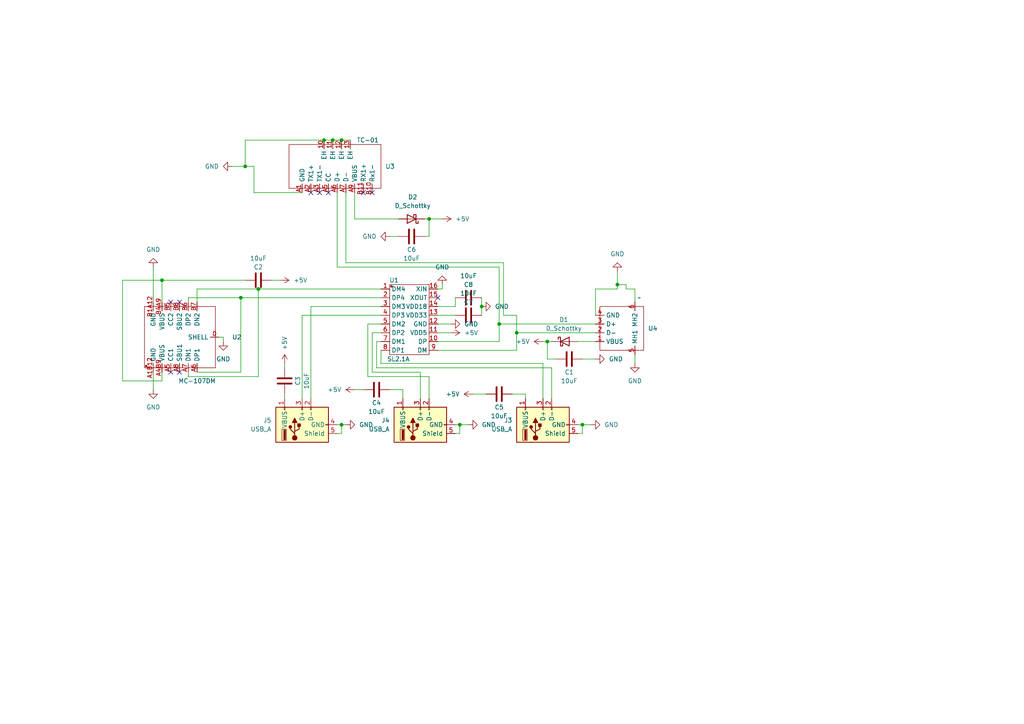
<source format=kicad_sch>
(kicad_sch (version 20230121) (generator eeschema)
  (paper "A4")
  (lib_symbols
    (symbol "Connector:USB_A" (pin_names (offset 1.016))
      (property "Reference" "J" (at -5.08 11.43 0))
      (property "Value" "USB_A" (at -5.08 8.89 0))
      (symbol "USB_A_0_1"
        (rectangle (start -5.08 -7.62) (end 5.08 7.62) (stroke (width 0.254)) (fill (type background)))
        (circle (center -3.81 2.159) (radius 0.635) (stroke (width 0.254)) (fill (type outline)))
        (rectangle (start -1.524 4.826) (end -4.318 5.334) (fill (type outline)))
        (rectangle (start -1.27 4.572) (end -4.572 5.842))
        (circle (center -0.635 3.429) (radius 0.381) (stroke (width 0.254)) (fill (type outline)))
        (rectangle (start -0.127 -7.62) (end 0.127 -6.858))
        (polyline (pts (xy -3.175 2.159) (xy -2.54 2.159) (xy -1.27 3.429) (xy -0.635 3.429)) (stroke (width 0.254)))
        (polyline (pts (xy -2.54 2.159) (xy -1.905 2.159) (xy -1.27 0.889) (xy 0 0.889)) (stroke (width 0.254)))
        (polyline (pts (xy 0.635 2.794) (xy 0.635 1.524) (xy 1.905 2.159) (xy 0.635 2.794)) (stroke (width 0.254)) (fill (type outline)))
        (rectangle (start 0.254 1.27) (end -0.508 0.508) (stroke (width 0.254)) (fill (type outline)))
        (rectangle (start 5.08 -2.667) (end 4.318 -2.413))
        (rectangle (start 5.08 -0.127) (end 4.318 0.127))
        (rectangle (start 5.08 4.953) (end 4.318 5.207))
      )
      (symbol "USB_A_1_1"
        (polyline (pts (xy -1.905 2.159) (xy 0.635 2.159)) (stroke (width 0.254)))
        (pin power_in line (at 7.62 5.08 180) (length 2.54) (name "VBUS") (number "1"))
        (pin bidirectional line (at 7.62 -2.54 180) (length 2.54) (name "D-") (number "2"))
        (pin bidirectional line (at 7.62 0 180) (length 2.54) (name "D+") (number "3"))
        (pin power_in line (at 0 -10.16 90) (length 2.54) (name "GND") (number "4"))
        (pin passive line (at -2.54 -10.16 90) (length 2.54) (name "Shield") (number "5"))
      )
    )
    (symbol "Device:C" (pin_numbers hide) (pin_names (offset 0.254))
      (property "Reference" "C" (at 0.635 2.54 0))
      (property "Value" "C" (at 0.635 -2.54 0))
      (symbol "C_0_1"
        (polyline (pts (xy -2.032 -0.762) (xy 2.032 -0.762)) (stroke (width 0.508)))
        (polyline (pts (xy -2.032 0.762) (xy 2.032 0.762)) (stroke (width 0.508)))
      )
      (symbol "C_1_1"
        (pin passive line (at 0 3.81 270) (length 2.794) (name "~") (number "1"))
        (pin passive line (at 0 -3.81 90) (length 2.794) (name "~") (number "2"))
      )
    )
    (symbol "Device:D_Schottky" (pin_numbers hide) (pin_names (offset 1.016) hide)
      (property "Reference" "D" (at 0 2.54 0))
      (property "Value" "D_Schottky" (at 0 -2.54 0))
      (symbol "D_Schottky_0_1"
        (polyline (pts (xy 1.27 0) (xy -1.27 0)))
        (polyline (pts (xy 1.27 1.27) (xy 1.27 -1.27) (xy -1.27 0) (xy 1.27 1.27)) (stroke (width 0.254)))
        (polyline (pts (xy -1.905 0.635) (xy -1.905 1.27) (xy -1.27 1.27) (xy -1.27 -1.27) (xy -0.635 -1.27) (xy -0.635 -0.635)) (stroke (width 0.254)))
      )
      (symbol "D_Schottky_1_1"
        (pin passive line (at -3.81 0 0) (length 2.54) (name "K") (number "1"))
        (pin passive line (at 3.81 0 180) (length 2.54) (name "A") (number "2"))
      )
    )
    (symbol "power:+5V" (power) (pin_names (offset 0))
      (property "Value" "+5V" (at 0 3.556 0))
      (symbol "+5V_0_1"
        (polyline (pts (xy -0.762 1.27) (xy 0 2.54)))
        (polyline (pts (xy 0 0) (xy 0 2.54)))
        (polyline (pts (xy 0 2.54) (xy 0.762 1.27)))
      )
      (symbol "+5V_1_1"
        (pin power_in line (at 0 0 90) (length 0) hide (name "+5V") (number "1"))
      )
    )
    (symbol "power:GND" (power) (pin_names (offset 0))
      (property "Value" "GND" (at 0 -3.81 0))
      (symbol "GND_0_1"
        (polyline (pts (xy 0 0) (xy 0 -1.27) (xy 1.27 -1.27) (xy 0 -2.54) (xy -1.27 -1.27) (xy 0 -1.27)))
      )
      (symbol "GND_1_1"
        (pin power_in line (at 0 0 270) (length 0) hide (name "GND") (number "1"))
      )
    )
    (symbol "usbhub:HCC386752"
      (property "Reference" "U" (at 0 0 0))
      (symbol "HCC386752_0_1"
        (rectangle (start -1.27 15.24) (end 11.43 2.54))
      )
      (symbol "HCC386752_1_1"
        (pin bidirectional line (at 12.7 12.7 180) (length 2.54) (name "VBUS") (number "1"))
        (pin bidirectional line (at 12.7 10.16 180) (length 2.54) (name "D-") (number "2"))
        (pin bidirectional line (at 12.7 7.62 180) (length 2.54) (name "D+") (number "3"))
        (pin bidirectional line (at 12.7 5.08 180) (length 2.54) (name "GND") (number "4"))
        (pin bidirectional line (at 1.27 16.51 270) (length 2.54) (name "MH1") (number "5"))
        (pin bidirectional line (at 1.27 1.27 90) (length 2.54) (name "MH2") (number "6"))
      )
    )
    (symbol "usbhub:MC-107DM"
      (property "Reference" "U" (at 0 0 0))
      (symbol "MC-107DM_0_1"
        (rectangle (start 1.27 16.51) (end 19.05 -4.064))
      )
      (symbol "MC-107DM_1_1"
        (circle (center 1.778 16.002) (radius 0.254) (fill (type outline)))
        (pin bidirectional line (at 10.16 -5.08 90) (length 2.54) (name "SHELL") (number "0"))
        (pin bidirectional line (at 0 13.97 0) (length 2.54) (name "GND") (number "A1B12"))
        (pin bidirectional line (at 0 11.43 0) (length 2.54) (name "VBUS") (number "A4B9"))
        (pin bidirectional line (at 0 8.89 0) (length 2.54) (name "CC1") (number "A5"))
        (pin bidirectional line (at 0 1.27 0) (length 2.54) (name "DP1") (number "A6"))
        (pin bidirectional line (at 0 3.81 0) (length 2.54) (name "DN1") (number "A7"))
        (pin bidirectional line (at 0 6.35 0) (length 2.54) (name "SBU1") (number "A8"))
        (pin bidirectional line (at 20.32 13.97 180) (length 2.54) (name "GND") (number "B1A12"))
        (pin bidirectional line (at 20.32 11.43 180) (length 2.54) (name "VBUS") (number "B4A9"))
        (pin bidirectional line (at 20.32 8.89 180) (length 2.54) (name "CC2") (number "B5"))
        (pin bidirectional line (at 20.32 3.81 180) (length 2.54) (name "DP2") (number "B6"))
        (pin bidirectional line (at 20.32 1.27 180) (length 2.54) (name "DN2") (number "B7"))
        (pin bidirectional line (at 20.32 6.35 180) (length 2.54) (name "SBU2") (number "B8"))
      )
    )
    (symbol "usbhub:SL2.1A"
      (property "Reference" "U" (at 0.762 17.526 0))
      (symbol "SL2.1A_0_1"
        (rectangle (start 0 16.51) (end 11.43 -3.81))
      )
      (symbol "SL2.1A_1_1"
        (circle (center 0.508 16.002) (radius 0.254) (fill (type outline)))
        (pin bidirectional line (at -2.54 15.24 0) (length 2.54) (name "DM4") (number "1"))
        (pin bidirectional line (at 13.97 0 180) (length 2.54) (name "DP") (number "10"))
        (pin input line (at 13.97 2.54 180) (length 2.54) (name "VDD5") (number "11"))
        (pin input line (at 13.97 5.08 180) (length 2.54) (name "GND") (number "12"))
        (pin input line (at 13.97 7.62 180) (length 2.54) (name "VDD33") (number "13"))
        (pin input line (at 13.97 10.16 180) (length 2.54) (name "VDD18") (number "14"))
        (pin bidirectional line (at 13.97 12.7 180) (length 2.54) (name "XOUT") (number "15"))
        (pin bidirectional line (at 13.97 15.24 180) (length 2.54) (name "XIN") (number "16"))
        (pin bidirectional line (at -2.54 12.7 0) (length 2.54) (name "DP4") (number "2"))
        (pin bidirectional line (at -2.54 10.16 0) (length 2.54) (name "DM3") (number "3"))
        (pin bidirectional line (at -2.54 7.62 0) (length 2.54) (name "DP3") (number "4"))
        (pin bidirectional line (at -2.54 5.08 0) (length 2.54) (name "DM2") (number "5"))
        (pin bidirectional line (at -2.54 2.54 0) (length 2.54) (name "DP2") (number "6"))
        (pin bidirectional line (at -2.54 0 0) (length 2.54) (name "DM1") (number "7"))
        (pin bidirectional line (at -2.54 -2.54 0) (length 2.54) (name "DP1") (number "8"))
        (pin bidirectional line (at 13.97 -2.54 180) (length 2.54) (name "DM") (number "9"))
      )
    )
    (symbol "usbhub:TC-01"
      (property "Reference" "U" (at 0 0 0))
      (symbol "TC-01_0_1"
        (rectangle (start 1.27 22.86) (end 13.97 -3.81))
      )
      (symbol "TC-01_1_1"
        (pin bidirectional line (at 15.24 12.7 180) (length 2.54) (name "EH") (number "10"))
        (pin bidirectional line (at 15.24 10.16 180) (length 2.54) (name "EH") (number "11"))
        (pin bidirectional line (at 15.24 7.62 180) (length 2.54) (name "EH") (number "12"))
        (pin bidirectional line (at 15.24 5.08 180) (length 2.54) (name "EH") (number "13"))
        (pin bidirectional line (at 0 19.05 0) (length 2.54) (name "GND") (number "A1"))
        (pin bidirectional line (at 0 16.51 0) (length 2.54) (name "TX1+") (number "A2"))
        (pin bidirectional line (at 0 13.97 0) (length 2.54) (name "TX1-") (number "A3"))
        (pin bidirectional line (at 0 11.43 0) (length 2.54) (name "CC") (number "A5"))
        (pin bidirectional line (at 0 8.89 0) (length 2.54) (name "D+") (number "A6"))
        (pin bidirectional line (at 0 6.35 0) (length 2.54) (name "D-") (number "A7"))
        (pin bidirectional line (at 0 3.81 0) (length 2.54) (name "VBUS") (number "A9"))
        (pin bidirectional line (at 0 -1.27 0) (length 2.54) (name "Rx1-") (number "B10"))
        (pin bidirectional line (at 0 1.27 0) (length 2.54) (name "RX1+") (number "B11"))
      )
    )
  )
  (junction (at 99.06 40.64))
  (junction (at 74.93 83.82))
  (junction (at 133.35 123.19))
  (junction (at 124.46 63.5))
  (junction (at 96.52 40.64))
  (junction (at 46.99 81.28))
  (junction (at 139.7 88.9))
  (junction (at 99.06 123.19))
  (junction (at 71.12 48.26))
  (junction (at 93.98 40.64))
  (junction (at 179.07 82.55))
  (junction (at 158.75 99.06))
  (junction (at 149.86 96.52))
  (junction (at 168.91 123.19))
  (junction (at 144.78 93.98))
  (junction (at 69.85 86.36))
  (no_connect (at 52.07 87.63))
  (no_connect (at 90.17 55.88))
  (no_connect (at 92.71 55.88))
  (no_connect (at 107.95 55.88))
  (no_connect (at 52.07 107.95))
  (no_connect (at 49.53 87.63))
  (no_connect (at 49.53 107.95))
  (no_connect (at 95.25 55.88))
  (no_connect (at 105.41 55.88))
  (no_connect (at 127 86.36))
  (wire (pts (xy 99.06 125.73) (xy 99.06 123.19)))
  (wire (pts (xy 149.86 91.44) (xy 146.05 91.44)))
  (wire (pts (xy 127 83.82) (xy 128.27 83.82)))
  (wire (pts (xy 157.48 105.41) (xy 157.48 115.57)))
  (wire (pts (xy 127 96.52) (xy 130.81 96.52)))
  (wire (pts (xy 100.33 55.88) (xy 100.33 76.2)))
  (wire (pts (xy 124.46 68.58) (xy 123.19 68.58)))
  (wire (pts (xy 167.64 123.19) (xy 168.91 123.19)))
  (wire (pts (xy 57.15 83.82) (xy 74.93 83.82)))
  (wire (pts (xy 110.49 93.98) (xy 106.68 93.98)))
  (wire (pts (xy 149.86 96.52) (xy 149.86 101.6)))
  (wire (pts (xy 181.61 83.82) (xy 184.15 83.82)))
  (wire (pts (xy 71.12 40.64) (xy 71.12 48.26)))
  (wire (pts (xy 67.31 48.26) (xy 71.12 48.26)))
  (wire (pts (xy 46.99 81.28) (xy 71.12 81.28)))
  (wire (pts (xy 167.64 125.73) (xy 168.91 125.73)))
  (wire (pts (xy 71.12 40.64) (xy 93.98 40.64)))
  (wire (pts (xy 73.66 55.88) (xy 87.63 55.88)))
  (wire (pts (xy 181.61 83.82) (xy 181.61 82.55)))
  (wire (pts (xy 132.08 88.9) (xy 132.08 86.36)))
  (wire (pts (xy 102.87 55.88) (xy 102.87 63.5)))
  (wire (pts (xy 71.12 48.26) (xy 73.66 48.26)))
  (wire (pts (xy 100.33 76.2) (xy 146.05 76.2)))
  (wire (pts (xy 46.99 110.49) (xy 35.56 110.49)))
  (wire (pts (xy 93.98 40.64) (xy 96.52 40.64)))
  (wire (pts (xy 144.78 93.98) (xy 172.72 93.98)))
  (wire (pts (xy 124.46 63.5) (xy 124.46 68.58)))
  (wire (pts (xy 44.45 107.95) (xy 44.45 113.03)))
  (wire (pts (xy 160.02 106.68) (xy 160.02 115.57)))
  (wire (pts (xy 87.63 91.44) (xy 87.63 115.57)))
  (wire (pts (xy 81.28 81.28) (xy 78.74 81.28)))
  (wire (pts (xy 96.52 40.64) (xy 99.06 40.64)))
  (wire (pts (xy 157.48 99.06) (xy 158.75 99.06)))
  (wire (pts (xy 127 88.9) (xy 132.08 88.9)))
  (wire (pts (xy 46.99 107.95) (xy 46.99 110.49)))
  (wire (pts (xy 158.75 99.06) (xy 160.02 99.06)))
  (wire (pts (xy 69.85 86.36) (xy 69.85 107.95)))
  (wire (pts (xy 149.86 101.6) (xy 127 101.6)))
  (wire (pts (xy 102.87 63.5) (xy 115.57 63.5)))
  (wire (pts (xy 149.86 96.52) (xy 172.72 96.52)))
  (wire (pts (xy 139.7 88.9) (xy 139.7 91.44)))
  (wire (pts (xy 144.78 99.06) (xy 144.78 93.98)))
  (wire (pts (xy 44.45 77.47) (xy 44.45 87.63)))
  (wire (pts (xy 64.77 97.79) (xy 64.77 99.06)))
  (wire (pts (xy 106.68 93.98) (xy 106.68 109.22)))
  (wire (pts (xy 172.72 83.82) (xy 179.07 83.82)))
  (wire (pts (xy 152.4 114.3) (xy 148.59 114.3)))
  (wire (pts (xy 184.15 102.87) (xy 184.15 105.41)))
  (wire (pts (xy 54.61 86.36) (xy 54.61 87.63)))
  (wire (pts (xy 149.86 96.52) (xy 149.86 91.44)))
  (wire (pts (xy 109.22 99.06) (xy 109.22 106.68)))
  (wire (pts (xy 132.08 123.19) (xy 133.35 123.19)))
  (wire (pts (xy 167.64 99.06) (xy 172.72 99.06)))
  (wire (pts (xy 110.49 96.52) (xy 107.95 96.52)))
  (wire (pts (xy 137.16 114.3) (xy 140.97 114.3)))
  (wire (pts (xy 63.5 97.79) (xy 64.77 97.79)))
  (wire (pts (xy 35.56 110.49) (xy 35.56 81.28)))
  (wire (pts (xy 74.93 83.82) (xy 110.49 83.82)))
  (wire (pts (xy 132.08 125.73) (xy 133.35 125.73)))
  (wire (pts (xy 181.61 82.55) (xy 179.07 82.55)))
  (wire (pts (xy 57.15 83.82) (xy 57.15 87.63)))
  (wire (pts (xy 110.49 99.06) (xy 109.22 99.06)))
  (wire (pts (xy 179.07 78.74) (xy 179.07 82.55)))
  (wire (pts (xy 73.66 48.26) (xy 73.66 55.88)))
  (wire (pts (xy 168.91 123.19) (xy 171.45 123.19)))
  (wire (pts (xy 110.49 91.44) (xy 87.63 91.44)))
  (wire (pts (xy 133.35 125.73) (xy 133.35 123.19)))
  (wire (pts (xy 152.4 115.57) (xy 152.4 114.3)))
  (wire (pts (xy 97.79 123.19) (xy 99.06 123.19)))
  (wire (pts (xy 107.95 96.52) (xy 107.95 107.95)))
  (wire (pts (xy 99.06 40.64) (xy 101.6 40.64)))
  (wire (pts (xy 123.19 63.5) (xy 124.46 63.5)))
  (wire (pts (xy 158.75 99.06) (xy 158.75 104.14)))
  (wire (pts (xy 74.93 109.22) (xy 54.61 109.22)))
  (wire (pts (xy 133.35 123.19) (xy 135.89 123.19)))
  (wire (pts (xy 97.79 55.88) (xy 97.79 77.47)))
  (wire (pts (xy 97.79 77.47) (xy 144.78 77.47)))
  (wire (pts (xy 35.56 81.28) (xy 46.99 81.28)))
  (wire (pts (xy 69.85 86.36) (xy 110.49 86.36)))
  (wire (pts (xy 168.91 104.14) (xy 172.72 104.14)))
  (wire (pts (xy 184.15 83.82) (xy 184.15 87.63)))
  (wire (pts (xy 99.06 123.19) (xy 100.33 123.19)))
  (wire (pts (xy 74.93 83.82) (xy 74.93 109.22)))
  (wire (pts (xy 124.46 109.22) (xy 124.46 115.57)))
  (wire (pts (xy 124.46 63.5) (xy 128.27 63.5)))
  (wire (pts (xy 102.87 113.03) (xy 105.41 113.03)))
  (wire (pts (xy 97.79 125.73) (xy 99.06 125.73)))
  (wire (pts (xy 121.92 107.95) (xy 121.92 115.57)))
  (wire (pts (xy 54.61 109.22) (xy 54.61 107.95)))
  (wire (pts (xy 82.55 114.3) (xy 82.55 115.57)))
  (wire (pts (xy 139.7 86.36) (xy 139.7 88.9)))
  (wire (pts (xy 107.95 107.95) (xy 121.92 107.95)))
  (wire (pts (xy 116.84 113.03) (xy 113.03 113.03)))
  (wire (pts (xy 69.85 107.95) (xy 57.15 107.95)))
  (wire (pts (xy 127 91.44) (xy 132.08 91.44)))
  (wire (pts (xy 146.05 76.2) (xy 146.05 91.44)))
  (wire (pts (xy 168.91 125.73) (xy 168.91 123.19)))
  (wire (pts (xy 109.22 106.68) (xy 160.02 106.68)))
  (wire (pts (xy 90.17 88.9) (xy 90.17 115.57)))
  (wire (pts (xy 106.68 109.22) (xy 124.46 109.22)))
  (wire (pts (xy 127 93.98) (xy 130.81 93.98)))
  (wire (pts (xy 113.03 68.58) (xy 115.57 68.58)))
  (wire (pts (xy 82.55 105.41) (xy 82.55 106.68)))
  (wire (pts (xy 110.49 101.6) (xy 110.49 105.41)))
  (wire (pts (xy 172.72 91.44) (xy 172.72 83.82)))
  (wire (pts (xy 116.84 115.57) (xy 116.84 113.03)))
  (wire (pts (xy 144.78 77.47) (xy 144.78 93.98)))
  (wire (pts (xy 54.61 86.36) (xy 69.85 86.36)))
  (wire (pts (xy 46.99 81.28) (xy 46.99 87.63)))
  (wire (pts (xy 144.78 99.06) (xy 127 99.06)))
  (wire (pts (xy 110.49 88.9) (xy 90.17 88.9)))
  (wire (pts (xy 110.49 105.41) (xy 157.48 105.41)))
  (wire (pts (xy 128.27 83.82) (xy 128.27 82.55)))
  (wire (pts (xy 179.07 82.55) (xy 179.07 83.82)))
  (wire (pts (xy 158.75 104.14) (xy 161.29 104.14)))
  (symbol (lib_id "Device:C") (at 144.78 114.3 270) (unit 1)
    (property "Reference" "C5" (at 144.78 118.11 90))
    (property "Value" "10uF" (at 144.78 120.65 90))
    (property "Footprint" "usbhub:C0603" (effects hide))
  )
  (symbol (lib_id "power:GND") (at 100.33 123.19 90) (unit 1)
    (property "Reference" "#PWR07" (effects hide))
    (property "Value" "GND" (at 104.14 123.19 90) (effects (justify right)))
  )
  (symbol (lib_id "Device:C") (at 109.22 113.03 270) (unit 1)
    (property "Reference" "C4" (at 109.22 116.84 90))
    (property "Value" "10uF" (at 109.22 119.38 90))
    (property "Footprint" "usbhub:C0603" (effects hide))
  )
  (symbol (lib_id "Device:C") (at 119.38 68.58 270) (unit 1)
    (property "Reference" "C6" (at 119.38 72.39 90))
    (property "Value" "10uF" (at 119.38 74.93 90))
    (property "Footprint" "usbhub:C0603" (effects hide))
  )
  (symbol (lib_id "power:+5V") (at 102.87 113.03 90) (unit 1)
    (property "Reference" "#PWR013" (effects hide))
    (property "Value" "+5V" (at 99.06 113.03 90) (effects (justify left)))
  )
  (symbol (lib_id "Device:C") (at 82.55 110.49 0) (unit 1)
    (property "Reference" "C3" (at 86.36 110.49 90))
    (property "Value" "10uF" (at 88.9 110.49 90))
    (property "Footprint" "usbhub:C0603" (effects hide))
  )
  (symbol (lib_id "power:GND") (at 128.27 82.55 180) (unit 1)
    (property "Reference" "#PWR018" (effects hide))
    (property "Value" "GND" (at 128.27 77.47 0))
  )
  (symbol (lib_id "power:GND") (at 130.81 93.98 90) (unit 1)
    (property "Reference" "#PWR04" (effects hide))
    (property "Value" "GND" (at 134.62 93.98 90) (effects (justify right)))
  )
  (symbol (lib_id "power:GND") (at 113.03 68.58 270) (unit 1)
    (property "Reference" "#PWR016" (effects hide))
    (property "Value" "GND" (at 109.22 68.58 90) (effects (justify right)))
  )
  (symbol (lib_id "Device:D_Schottky") (at 119.38 63.5 180) (unit 1)
    (property "Reference" "D2" (at 119.6975 57.15 0))
    (property "Value" "D_Schottky" (at 119.6975 59.69 0))
    (property "Footprint" "usbhub:SOD-323_L1.8-W1.3-LS2.5-RD" (effects hide))
  )
  (symbol (lib_id "usbhub:SL2.1A") (at 113.03 99.06 0) (unit 1)
    (property "Reference" "U1" (at 114.3 81.28 0))
    (property "Value" "SL2.1A" (at 115.57 104.14 0))
    (property "Footprint" "usbhub:SOP-16_L10.0-W3.9-P1.27-LS6.0-BL" (effects hide))
  )
  (symbol (lib_id "usbhub:MC-107DM") (at 58.42 107.95 90) (unit 1)
    (property "Reference" "U2" (at 67.31 97.79 90) (effects (justify right)))
    (property "Value" "MC-107DM" (at 57.15 110.49 90))
    (property "Footprint" "usbhub:USB-C-SMD_MC-107DM" (effects hide))
  )
  (symbol (lib_id "usbhub:TC-01") (at 106.68 55.88 90) (unit 1)
    (property "Reference" "U3" (at 111.76 48.26 90) (effects (justify right)))
    (property "Value" "TC-01" (at 106.68 40.64 90))
    (property "Footprint" "usbhub:USB-C-SMD_TYPE-C-9PIN-TC-01" (effects hide))
  )
  (symbol (lib_id "Device:D_Schottky") (at 163.83 99.06 0) (unit 1)
    (property "Reference" "D1" (at 163.5125 92.71 0))
    (property "Value" "D_Schottky" (at 163.5125 95.25 0))
    (property "Footprint" "usbhub:SOD-323_L1.8-W1.3-LS2.5-RD" (effects hide))
  )
  (symbol (lib_id "power:GND") (at 179.07 78.74 180) (unit 1)
    (property "Reference" "#PWR01" (effects hide))
    (property "Value" "GND" (at 179.07 73.66 0))
  )
  (symbol (lib_id "Device:C") (at 165.1 104.14 270) (unit 1)
    (property "Reference" "C1" (at 165.1 107.95 90))
    (property "Value" "10uF" (at 165.1 110.49 90))
    (property "Footprint" "usbhub:C0603" (effects hide))
  )
  (symbol (lib_id "power:GND") (at 135.89 123.19 90) (unit 1)
    (property "Reference" "#PWR06" (effects hide))
    (property "Value" "GND" (at 139.7 123.19 90) (effects (justify right)))
  )
  (symbol (lib_id "power:+5V") (at 128.27 63.5 270) (unit 1)
    (property "Reference" "#PWR015" (effects hide))
    (property "Value" "+5V" (at 132.08 63.5 90) (effects (justify left)))
  )
  (symbol (lib_id "power:GND") (at 44.45 113.03 0) (unit 1)
    (property "Reference" "#PWR08" (effects hide))
    (property "Value" "GND" (at 44.45 118.11 0))
  )
  (symbol (lib_id "power:+5V") (at 82.55 105.41 0) (unit 1)
    (property "Reference" "#PWR012" (effects hide))
    (property "Value" "+5V" (at 82.55 101.6 90) (effects (justify left)))
  )
  (symbol (lib_id "power:GND") (at 184.15 105.41 0) (unit 1)
    (property "Reference" "#PWR021" (effects hide))
    (property "Value" "GND" (at 184.15 110.49 0))
  )
  (symbol (lib_id "Connector:USB_A") (at 121.92 123.19 90) (unit 1)
    (property "Reference" "J4" (at 113.03 121.92 90) (effects (justify left)))
    (property "Value" "USB_A" (at 113.03 124.46 90) (effects (justify left)))
    (property "Footprint" "usbhub:USB-A-TH_USB-A-F-90" (effects hide))
    (property "Datasheet" " ~" (effects hide))
  )
  (symbol (lib_id "power:GND") (at 171.45 123.19 90) (unit 1)
    (property "Reference" "#PWR05" (effects hide))
    (property "Value" "GND" (at 175.26 123.19 90) (effects (justify right)))
  )
  (symbol (lib_id "Device:C") (at 135.89 91.44 90) (unit 1)
    (property "Reference" "C7" (at 135.89 87.63 90))
    (property "Value" "10uF" (at 135.89 85.09 90))
    (property "Footprint" "usbhub:C0603" (effects hide))
  )
  (symbol (lib_id "power:GND") (at 139.7 88.9 90) (unit 1)
    (property "Reference" "#PWR017" (effects hide))
    (property "Value" "GND" (at 143.51 88.9 90) (effects (justify right)))
  )
  (symbol (lib_id "power:+5V") (at 137.16 114.3 90) (unit 1)
    (property "Reference" "#PWR014" (effects hide))
    (property "Value" "+5V" (at 133.35 114.3 90) (effects (justify left)))
  )
  (symbol (lib_id "power:+5V") (at 130.81 96.52 270) (unit 1)
    (property "Reference" "#PWR03" (effects hide))
    (property "Value" "+5V" (at 134.62 96.52 90) (effects (justify left)))
  )
  (symbol (lib_id "power:+5V") (at 81.28 81.28 270) (unit 1)
    (property "Reference" "#PWR011" (effects hide))
    (property "Value" "+5V" (at 85.09 81.28 90) (effects (justify left)))
  )
  (symbol (lib_id "power:GND") (at 67.31 48.26 270) (unit 1)
    (property "Reference" "#PWR09" (effects hide))
    (property "Value" "GND" (at 63.5 48.26 90) (effects (justify right)))
  )
  (symbol (lib_id "Connector:USB_A") (at 157.48 123.19 90) (unit 1)
    (property "Reference" "J3" (at 148.59 121.92 90) (effects (justify left)))
    (property "Value" "USB_A" (at 148.59 124.46 90) (effects (justify left)))
    (property "Footprint" "usbhub:USB-A-TH_USB-A-F-90" (effects hide))
    (property "Datasheet" " ~" (effects hide))
  )
  (symbol (lib_id "Connector:USB_A") (at 87.63 123.19 90) (unit 1)
    (property "Reference" "J5" (at 78.74 121.92 90) (effects (justify left)))
    (property "Value" "USB_A" (at 78.74 124.46 90) (effects (justify left)))
    (property "Footprint" "usbhub:USB-A-TH_USB-A-F-90" (effects hide))
    (property "Datasheet" " ~" (effects hide))
  )
  (symbol (lib_id "Device:C") (at 135.89 86.36 90) (unit 1)
    (property "Reference" "C8" (at 135.89 82.55 90))
    (property "Value" "10uF" (at 135.89 80.01 90))
    (property "Footprint" "usbhub:C0603" (effects hide))
  )
  (symbol (lib_id "power:GND") (at 64.77 99.06 0) (unit 1)
    (property "Reference" "#PWR020" (effects hide))
    (property "Value" "GND" (at 64.77 104.14 0))
  )
  (symbol (lib_id "power:GND") (at 172.72 104.14 90) (unit 1)
    (property "Reference" "#PWR010" (effects hide))
    (property "Value" "GND" (at 176.5781 104.14 90) (effects (justify right)))
  )
  (symbol (lib_id "power:GND") (at 44.45 77.47 180) (unit 1)
    (property "Reference" "#PWR019" (effects hide))
    (property "Value" "GND" (at 44.45 72.39 0))
  )
  (symbol (lib_id "power:+5V") (at 157.48 99.06 90) (unit 1)
    (property "Reference" "#PWR02" (effects hide))
    (property "Value" "+5V" (at 153.67 99.06 90) (effects (justify left)))
  )
  (symbol (lib_id "Device:C") (at 74.93 81.28 90) (unit 1)
    (property "Reference" "C2" (at 74.93 77.47 90))
    (property "Value" "10uF" (at 74.93 74.93 90))
    (property "Footprint" "usbhub:C0603" (effects hide))
  )
  (symbol (lib_id "usbhub:HCC386752") (at 185.42 86.36 180) (unit 1)
    (property "Reference" "U4" (at 187.96 95.25 0) (effects (justify right)))
    (property "Value" "~" (at 185.42 86.36 0))
  )
)
</source>
